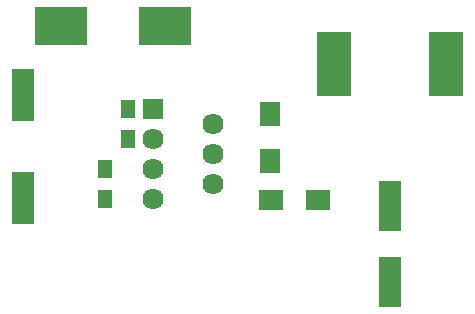
<source format=gbr>
%TF.GenerationSoftware,KiCad,Pcbnew,(5.1.10-1-10_14)*%
%TF.CreationDate,2021-10-31T04:10:36-04:00*%
%TF.ProjectId,Readout-DC-Board,52656164-6f75-4742-9d44-432d426f6172,rev?*%
%TF.SameCoordinates,Original*%
%TF.FileFunction,Soldermask,Top*%
%TF.FilePolarity,Negative*%
%FSLAX46Y46*%
G04 Gerber Fmt 4.6, Leading zero omitted, Abs format (unit mm)*
G04 Created by KiCad (PCBNEW (5.1.10-1-10_14)) date 2021-10-31 04:10:36*
%MOMM*%
%LPD*%
G01*
G04 APERTURE LIST*
%ADD10R,3.000000X5.500000*%
%ADD11R,1.900000X4.400000*%
%ADD12R,1.250000X1.500000*%
%ADD13R,1.900000X4.200000*%
%ADD14R,4.500000X3.300000*%
%ADD15R,1.700000X2.000000*%
%ADD16R,2.000000X1.700000*%
%ADD17C,1.790000*%
%ADD18R,1.790000X1.790000*%
G04 APERTURE END LIST*
D10*
%TO.C,L1*%
X109550000Y-104140000D03*
X119050000Y-104140000D03*
%TD*%
D11*
%TO.C,C1*%
X83185000Y-115475000D03*
X83185000Y-106775000D03*
%TD*%
D12*
%TO.C,C2*%
X90170000Y-113050000D03*
X90170000Y-115550000D03*
%TD*%
%TO.C,C3*%
X92075000Y-107990000D03*
X92075000Y-110490000D03*
%TD*%
D13*
%TO.C,C4*%
X114300000Y-122580000D03*
X114300000Y-116180000D03*
%TD*%
D14*
%TO.C,D1*%
X95205000Y-100965000D03*
X86405000Y-100965000D03*
%TD*%
D15*
%TO.C,R1*%
X104140000Y-108395000D03*
X104140000Y-112395000D03*
%TD*%
D16*
%TO.C,R2*%
X108204000Y-115697000D03*
X104204000Y-115697000D03*
%TD*%
D17*
%TO.C,U1*%
X94267500Y-115570000D03*
X99347500Y-114300000D03*
X94267500Y-113030000D03*
X99347500Y-111760000D03*
X94267500Y-110490000D03*
X99347500Y-109220000D03*
D18*
X94267500Y-107950000D03*
%TD*%
M02*

</source>
